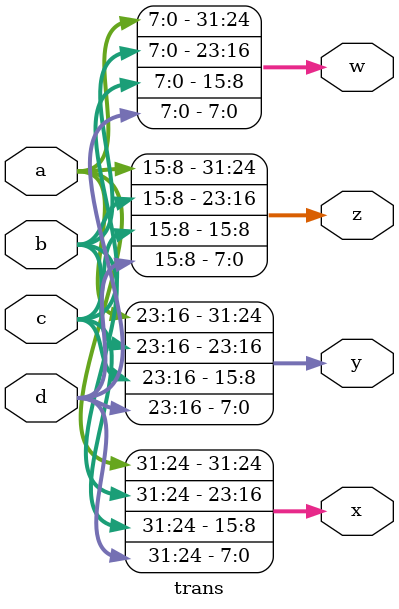
<source format=v>
module trans (a,b,c,d,x,y,z,w); 
  input [31:0] a,b,c,d;
  output [31:0] x,y,z,w;
  
  assign x = {a[31:24],b[31:24],c[31:24],d[31:24]};
  assign y = {a[23:16],b[23:16],c[23:16],d[23:16]};
  assign z = {a[15:8],b[15:8],c[15:8],d[15:8]};
  assign w = {a[7:0],b[7:0],c[7:0],d[7:0]};
 
endmodule 
</source>
